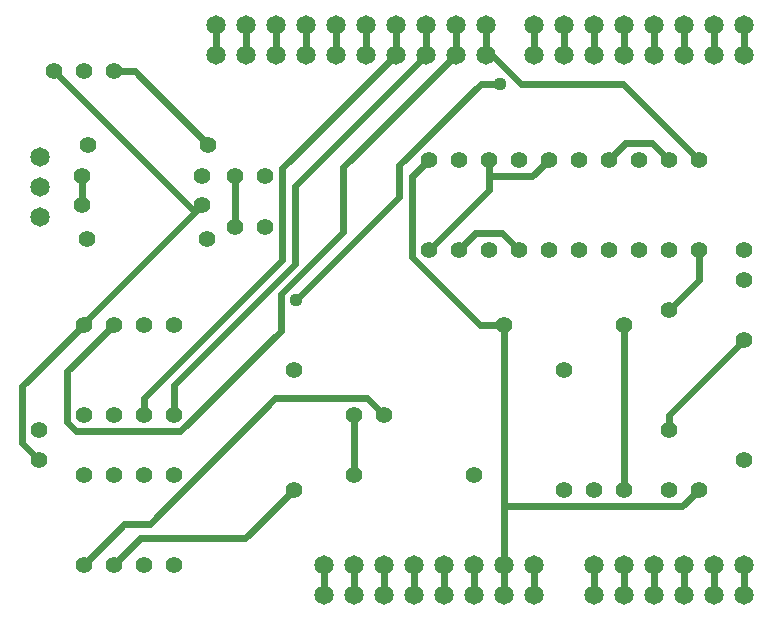
<source format=gbl>
G75*
G70*
%OFA0B0*%
%FSLAX24Y24*%
%IPPOS*%
%LPD*%
%AMOC8*
5,1,8,0,0,1.08239X$1,22.5*
%
%ADD10C,0.0650*%
%ADD11C,0.0554*%
%ADD12C,0.0236*%
%ADD13C,0.0439*%
D10*
X013686Y001150D03*
X014686Y001150D03*
X015686Y001150D03*
X016686Y001150D03*
X017686Y001150D03*
X018686Y001150D03*
X019686Y001150D03*
X020686Y001150D03*
X020686Y002150D03*
X019686Y002150D03*
X018686Y002150D03*
X017686Y002150D03*
X016686Y002150D03*
X015686Y002150D03*
X014686Y002150D03*
X013686Y002150D03*
X022686Y002150D03*
X023686Y002150D03*
X024686Y002150D03*
X025686Y002150D03*
X026686Y002150D03*
X027686Y002150D03*
X027686Y001150D03*
X026686Y001150D03*
X025686Y001150D03*
X024686Y001150D03*
X023686Y001150D03*
X022686Y001150D03*
X004236Y013750D03*
X004236Y014750D03*
X004236Y015750D03*
X010086Y019150D03*
X011086Y019150D03*
X012086Y019150D03*
X013086Y019150D03*
X014086Y019150D03*
X015086Y019150D03*
X016086Y019150D03*
X017086Y019150D03*
X018086Y019150D03*
X019086Y019150D03*
X019086Y020150D03*
X018086Y020150D03*
X017086Y020150D03*
X016086Y020150D03*
X015086Y020150D03*
X014086Y020150D03*
X013086Y020150D03*
X012086Y020150D03*
X011086Y020150D03*
X010086Y020150D03*
X020686Y020150D03*
X021686Y020150D03*
X022686Y020150D03*
X023686Y020150D03*
X024686Y020150D03*
X025686Y020150D03*
X026686Y020150D03*
X027686Y020150D03*
X027686Y019150D03*
X026686Y019150D03*
X025686Y019150D03*
X024686Y019150D03*
X023686Y019150D03*
X022686Y019150D03*
X021686Y019150D03*
X020686Y019150D03*
D11*
X005686Y002150D03*
X006686Y002150D03*
X007686Y002150D03*
X008686Y002150D03*
X012686Y004650D03*
X014686Y005150D03*
X014686Y007150D03*
X015686Y007150D03*
X012686Y008650D03*
X008686Y007150D03*
X007686Y007150D03*
X006686Y007150D03*
X005686Y007150D03*
X004186Y006650D03*
X004186Y005650D03*
X005686Y005150D03*
X006686Y005150D03*
X007686Y005150D03*
X008686Y005150D03*
X008686Y010150D03*
X007686Y010150D03*
X006686Y010150D03*
X005686Y010150D03*
X005786Y013000D03*
X005636Y014150D03*
X005636Y015100D03*
X005836Y016150D03*
X005686Y018600D03*
X006686Y018600D03*
X004686Y018600D03*
X009836Y016150D03*
X009636Y015100D03*
X010736Y015100D03*
X011736Y015100D03*
X009636Y014150D03*
X010736Y013400D03*
X009786Y013000D03*
X011736Y013400D03*
X017186Y012650D03*
X018186Y012650D03*
X019186Y012650D03*
X020186Y012650D03*
X021186Y012650D03*
X022186Y012650D03*
X023186Y012650D03*
X024186Y012650D03*
X025186Y012650D03*
X026186Y012650D03*
X027686Y012650D03*
X027686Y011650D03*
X025186Y010650D03*
X023686Y010150D03*
X021686Y008650D03*
X019686Y010150D03*
X025186Y006650D03*
X027686Y005650D03*
X026186Y004650D03*
X025186Y004650D03*
X023686Y004650D03*
X022686Y004650D03*
X021686Y004650D03*
X018686Y005150D03*
X027686Y009650D03*
X026186Y015650D03*
X025186Y015650D03*
X024186Y015650D03*
X023186Y015650D03*
X022186Y015650D03*
X021186Y015650D03*
X020186Y015650D03*
X019186Y015650D03*
X018186Y015650D03*
X017186Y015650D03*
D12*
X016631Y015095D01*
X016631Y012414D01*
X018895Y010150D01*
X019686Y010150D01*
X019686Y004096D01*
X025632Y004096D01*
X026186Y004650D01*
X023686Y004650D02*
X023686Y010150D01*
X025186Y010650D02*
X026186Y011650D01*
X026186Y012650D01*
X026186Y015650D02*
X023653Y018183D01*
X020276Y018183D01*
X019309Y019150D01*
X019086Y019150D01*
X019086Y020150D01*
X018086Y020150D02*
X018086Y019150D01*
X014333Y015396D01*
X014333Y013234D01*
X012261Y011162D01*
X012261Y009939D01*
X008913Y006591D01*
X005445Y006591D01*
X005124Y006912D01*
X005124Y008588D01*
X006686Y010150D01*
X005686Y010150D02*
X003632Y008096D01*
X003632Y006204D01*
X004186Y005650D01*
X007048Y003511D02*
X005686Y002150D01*
X006686Y002150D02*
X007574Y003038D01*
X011074Y003038D01*
X012686Y004650D01*
X014686Y005150D02*
X014686Y007150D01*
X015132Y007704D02*
X012077Y007704D01*
X007885Y003511D01*
X007048Y003511D01*
X007686Y007150D02*
X007686Y007701D01*
X012300Y012315D01*
X012300Y015364D01*
X016086Y019150D01*
X016086Y020150D01*
X015086Y020150D02*
X015086Y019150D01*
X014086Y019150D02*
X014086Y020150D01*
X013086Y020150D02*
X013086Y019150D01*
X012086Y019150D02*
X012086Y020150D01*
X011086Y020150D02*
X011086Y019150D01*
X010086Y019150D02*
X010086Y020150D01*
X007386Y018600D02*
X006686Y018600D01*
X007386Y018600D02*
X009836Y016150D01*
X010736Y015100D02*
X010736Y013400D01*
X009636Y014150D02*
X009386Y013900D01*
X004686Y018600D01*
X005636Y015100D02*
X005636Y014150D01*
X009386Y013900D02*
X005686Y010200D01*
X005686Y010150D01*
X008686Y008144D02*
X008686Y007150D01*
X008686Y008144D02*
X012719Y012177D01*
X012719Y014783D01*
X017086Y019150D01*
X017086Y020150D01*
X018928Y018183D02*
X016214Y015470D01*
X016214Y014413D01*
X012758Y010956D01*
X015132Y007704D02*
X015686Y007150D01*
X019686Y004096D02*
X019686Y002150D01*
X019686Y001150D01*
X018686Y001150D02*
X018686Y002150D01*
X017686Y002150D02*
X017686Y001150D01*
X016686Y001150D02*
X016686Y002150D01*
X015686Y002150D02*
X015686Y001150D01*
X014686Y001150D02*
X014686Y002150D01*
X013686Y002150D02*
X013686Y001150D01*
X020686Y001150D02*
X020686Y002150D01*
X022686Y002150D02*
X022686Y001150D01*
X023686Y001150D02*
X023686Y002150D01*
X024686Y002150D02*
X024686Y001150D01*
X025686Y001150D02*
X025686Y002150D01*
X026686Y002150D02*
X026686Y001150D01*
X027686Y001150D02*
X027686Y002150D01*
X025186Y006650D02*
X025186Y007150D01*
X027686Y009650D01*
X020186Y012650D02*
X019623Y013213D01*
X018749Y013213D01*
X018186Y012650D01*
X017186Y012650D02*
X019186Y014650D01*
X019186Y015088D01*
X019186Y015650D01*
X019186Y015088D02*
X020624Y015088D01*
X021186Y015650D01*
X023186Y015650D02*
X023746Y016209D01*
X024627Y016209D01*
X025186Y015650D01*
X024686Y019150D02*
X024686Y020150D01*
X023686Y020150D02*
X023686Y019150D01*
X022686Y019150D02*
X022686Y020150D01*
X021686Y020150D02*
X021686Y019150D01*
X020686Y019150D02*
X020686Y020150D01*
X019574Y018183D02*
X018928Y018183D01*
X025686Y019150D02*
X025686Y020150D01*
X026686Y020150D02*
X026686Y019150D01*
X027686Y019150D02*
X027686Y020150D01*
D13*
X019574Y018183D03*
X012758Y010956D03*
M02*

</source>
